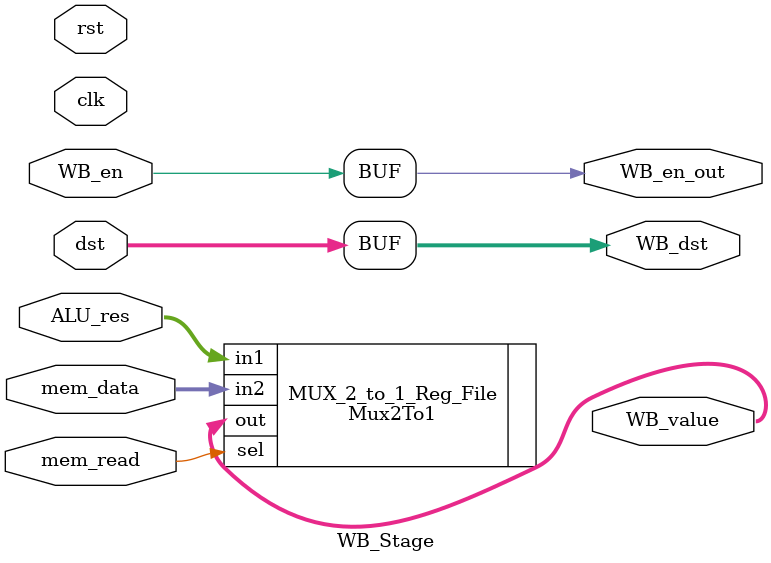
<source format=v>
`timescale 1ns / 1ns

`define WORD_WIDTH 32
`define REG_FILE_ADDRESS_LEN 4
`define REG_FILE_SIZE 16
`define MEMORY_DATA_LEN 8
`define MEMORY_SIZE 2048
`define SIGNED_IMM_WIDTH 24
`define SHIFTER_OPERAND_WIDTH 12

`define INSTRUCTION_LEN         32
`define INSTRUCTION_MEM_SIZE    2048
`define DATA_MEM_SIZE 64

`define LSL_SHIFT 2'b00
`define LSR_SHIFT 2'b01
`define ASR_SHIFT 2'b10
`define ROR_SHIFT 2'b11

`define MODE_ARITHMETIC 2'b00
`define MODE_MEM 2'b01
`define MODE_BRANCH 2'b10

`define EX_MOV 4'b0001
`define EX_MVN 4'b1001
`define EX_ADD 4'b0010
`define EX_ADC 4'b0011
`define EX_SUB 4'b0100
`define EX_SBC 4'b0101
`define EX_AND 4'b0110
`define EX_ORR 4'b0111
`define EX_EOR 4'b1000
`define EX_CMP 4'b0100     ///1100
`define EX_TST 4'b0110     ///1110
`define EX_LDR 4'b0010     ///1010
`define EX_STR 4'b0010     ///1010

`define OP_MOV 4'b1101
`define OP_MVN 4'b1111
`define OP_ADD 4'b0100
`define OP_ADC 4'b0101
`define OP_SUB 4'b0010
`define OP_SBC 4'b0110
`define OP_AND 4'b0000
`define OP_ORR 4'b1100
`define OP_EOR 4'b0001
`define OP_CMP 4'b1010
`define OP_TST 4'b1000
`define OP_LDR 4'b0100
`define OP_STR 4'b0100

module WB_Stage(clk, rst, dst, ALU_res, mem_data, mem_read, WB_en, WB_dst, WB_en_out, WB_value);
    input clk, rst;
    input [`REG_FILE_ADDRESS_LEN-1:0] dst;
    input [`WORD_WIDTH-1:0] ALU_res;
    input [`WORD_WIDTH-1:0] mem_data;
    input mem_read, WB_en;

    output [`REG_FILE_ADDRESS_LEN-1:0] WB_dst;
    output WB_en_out;
    output [`WORD_WIDTH-1:0] WB_value;

    assign WB_dst = dst;
    assign WB_en_out = WB_en;

    Mux2To1 #(`WORD_WIDTH) MUX_2_to_1_Reg_File (.out(WB_value), .in1(ALU_res), .in2(mem_data), .sel(mem_read));

endmodule
</source>
